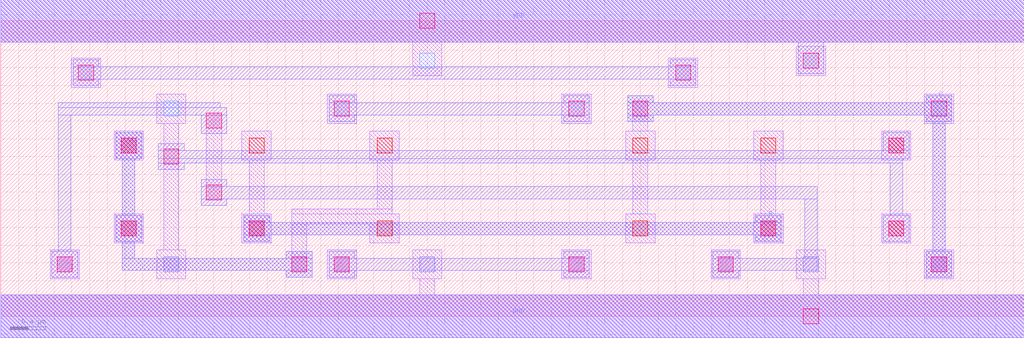
<source format=lef>
MACRO VANBERKEL1991
 CLASS CORE ;
 FOREIGN VANBERKEL1991 0 0 ;
 SIZE 11.52 BY 3.33 ;
 ORIGIN 0 0 ;
 SYMMETRY X Y R90 ;
 SITE unit ;
  PIN VDD
   DIRECTION INOUT ;
   USE POWER ;
   SHAPE ABUTMENT ;
    PORT
     CLASS CORE ;
       LAYER li1 ;
        RECT 0.00000000 3.09000000 11.52000000 3.57000000 ;
       LAYER met1 ;
        RECT 0.00000000 3.09000000 11.52000000 3.57000000 ;
    END
  END VDD

  PIN GND
   DIRECTION INOUT ;
   USE POWER ;
   SHAPE ABUTMENT ;
    PORT
     CLASS CORE ;
       LAYER li1 ;
        RECT 0.00000000 -0.24000000 11.52000000 0.24000000 ;
       LAYER met1 ;
        RECT 0.00000000 -0.24000000 11.52000000 0.24000000 ;
    END
  END GND

  PIN C
   DIRECTION INOUT ;
   USE SIGNAL ;
   SHAPE ABUTMENT ;
    PORT
     CLASS CORE ;
       LAYER met1 ;
        RECT 10.41500000 0.44000000 10.70500000 0.73000000 ;
        RECT 10.49000000 0.73000000 10.63000000 2.19500000 ;
        RECT 7.05500000 2.19500000 7.34500000 2.27000000 ;
        RECT 10.41500000 2.19500000 10.70500000 2.27000000 ;
        RECT 7.05500000 2.27000000 10.70500000 2.41000000 ;
        RECT 7.05500000 2.41000000 7.34500000 2.48500000 ;
        RECT 10.41500000 2.41000000 10.70500000 2.48500000 ;
    END
  END C

  PIN B
   DIRECTION INOUT ;
   USE SIGNAL ;
   SHAPE ABUTMENT ;
    PORT
     CLASS CORE ;
       LAYER met1 ;
        RECT 2.73500000 0.84500000 3.02500000 0.92000000 ;
        RECT 8.49500000 0.84500000 8.78500000 0.92000000 ;
        RECT 2.73500000 0.92000000 8.78500000 1.06000000 ;
        RECT 2.73500000 1.06000000 3.02500000 1.13500000 ;
        RECT 8.49500000 1.06000000 8.78500000 1.13500000 ;
    END
  END B

  PIN A
   DIRECTION INOUT ;
   USE SIGNAL ;
   SHAPE ABUTMENT ;
    PORT
     CLASS CORE ;
       LAYER met1 ;
        RECT 3.21500000 0.44000000 3.50500000 0.51500000 ;
        RECT 1.37000000 0.51500000 3.50500000 0.65500000 ;
        RECT 3.21500000 0.65500000 3.50500000 0.73000000 ;
        RECT 1.37000000 0.65500000 1.51000000 0.84500000 ;
        RECT 1.29500000 0.84500000 1.58500000 1.13500000 ;
        RECT 1.37000000 1.13500000 1.51000000 1.78000000 ;
        RECT 1.29500000 1.78000000 1.58500000 2.07000000 ;
    END
  END A

 OBS
    LAYER polycont ;
     RECT 1.35500000 0.90500000 1.52500000 1.07500000 ;
     RECT 2.79500000 0.90500000 2.96500000 1.07500000 ;
     RECT 4.23500000 0.90500000 4.40500000 1.07500000 ;
     RECT 7.11500000 0.90500000 7.28500000 1.07500000 ;
     RECT 8.55500000 0.90500000 8.72500000 1.07500000 ;
     RECT 9.99500000 0.90500000 10.16500000 1.07500000 ;
     RECT 1.35500000 1.84000000 1.52500000 2.01000000 ;
     RECT 2.79500000 1.84000000 2.96500000 2.01000000 ;
     RECT 4.23500000 1.84000000 4.40500000 2.01000000 ;
     RECT 7.11500000 1.84000000 7.28500000 2.01000000 ;
     RECT 8.55500000 1.84000000 8.72500000 2.01000000 ;
     RECT 9.99500000 1.84000000 10.16500000 2.01000000 ;

    LAYER pdiffc ;
     RECT 1.83500000 2.25500000 2.00500000 2.42500000 ;
     RECT 3.75500000 2.25500000 3.92500000 2.42500000 ;
     RECT 6.39500000 2.25500000 6.56500000 2.42500000 ;
     RECT 10.47500000 2.25500000 10.64500000 2.42500000 ;
     RECT 0.87500000 2.66000000 1.04500000 2.83000000 ;
     RECT 7.59500000 2.66000000 7.76500000 2.83000000 ;
     RECT 4.71500000 2.79500000 4.88500000 2.96500000 ;
     RECT 9.03500000 2.79500000 9.20500000 2.96500000 ;

    LAYER ndiffc ;
     RECT 0.63500000 0.50000000 0.80500000 0.67000000 ;
     RECT 1.83500000 0.50000000 2.00500000 0.67000000 ;
     RECT 3.75500000 0.50000000 3.92500000 0.67000000 ;
     RECT 4.71500000 0.50000000 4.88500000 0.67000000 ;
     RECT 6.39500000 0.50000000 6.56500000 0.67000000 ;
     RECT 8.07500000 0.50000000 8.24500000 0.67000000 ;
     RECT 9.03500000 0.50000000 9.20500000 0.67000000 ;
     RECT 10.47500000 0.50000000 10.64500000 0.67000000 ;

    LAYER li1 ;
     RECT 0.55500000 0.42000000 0.88500000 0.75000000 ;
     RECT 3.67500000 0.42000000 4.00500000 0.75000000 ;
     RECT 6.31500000 0.42000000 6.64500000 0.75000000 ;
     RECT 7.99500000 0.42000000 8.32500000 0.75000000 ;
     RECT 0.00000000 -0.24000000 11.52000000 0.24000000 ;
     RECT 4.71500000 0.24000000 4.88500000 0.42000000 ;
     RECT 9.03500000 0.24000000 9.20500000 0.42000000 ;
     RECT 4.63500000 0.42000000 4.96500000 0.75000000 ;
     RECT 8.95500000 0.42000000 9.28500000 0.75000000 ;
     RECT 10.39500000 0.42000000 10.72500000 0.75000000 ;
     RECT 1.27500000 0.82500000 1.60500000 1.15500000 ;
     RECT 9.91500000 0.82500000 10.24500000 1.15500000 ;
     RECT 1.27500000 1.76000000 1.60500000 2.09000000 ;
     RECT 2.71500000 0.82500000 3.04500000 1.15500000 ;
     RECT 2.79500000 1.15500000 2.96500000 1.76000000 ;
     RECT 2.71500000 1.76000000 3.04500000 2.09000000 ;
     RECT 3.27500000 0.50000000 3.44500000 1.04000000 ;
     RECT 4.15500000 0.82500000 4.48500000 1.04000000 ;
     RECT 3.27500000 1.04000000 4.48500000 1.15500000 ;
     RECT 3.27500000 1.15500000 4.40500000 1.21000000 ;
     RECT 4.23500000 1.21000000 4.40500000 1.76000000 ;
     RECT 4.15500000 1.76000000 4.48500000 2.09000000 ;
     RECT 8.47500000 0.82500000 8.80500000 1.15500000 ;
     RECT 8.55500000 1.15500000 8.72500000 1.76000000 ;
     RECT 8.47500000 1.76000000 8.80500000 2.09000000 ;
     RECT 9.91500000 1.76000000 10.24500000 2.09000000 ;
     RECT 2.31500000 1.31000000 2.48500000 2.29000000 ;
     RECT 7.03500000 0.82500000 7.36500000 1.15500000 ;
     RECT 7.11500000 1.15500000 7.28500000 1.76000000 ;
     RECT 7.03500000 1.76000000 7.36500000 2.09000000 ;
     RECT 7.11500000 2.09000000 7.28500000 2.42500000 ;
     RECT 1.75500000 0.42000000 2.08500000 0.75000000 ;
     RECT 1.83500000 0.75000000 2.00500000 2.17500000 ;
     RECT 1.75500000 2.17500000 2.08500000 2.50500000 ;
     RECT 3.67500000 2.17500000 4.00500000 2.50500000 ;
     RECT 6.31500000 2.17500000 6.64500000 2.50500000 ;
     RECT 10.39500000 2.17500000 10.72500000 2.50500000 ;
     RECT 0.79500000 2.58000000 1.12500000 2.91000000 ;
     RECT 7.51500000 2.58000000 7.84500000 2.91000000 ;
     RECT 8.95500000 2.71500000 9.28500000 3.04500000 ;
     RECT 4.63500000 2.71500000 4.96500000 3.09000000 ;
     RECT 0.00000000 3.09000000 11.52000000 3.57000000 ;

    LAYER viali ;
     RECT 9.03500000 -0.08500000 9.20500000 0.08500000 ;
     RECT 0.63500000 0.50000000 0.80500000 0.67000000 ;
     RECT 3.27500000 0.50000000 3.44500000 0.67000000 ;
     RECT 3.75500000 0.50000000 3.92500000 0.67000000 ;
     RECT 6.39500000 0.50000000 6.56500000 0.67000000 ;
     RECT 8.07500000 0.50000000 8.24500000 0.67000000 ;
     RECT 10.47500000 0.50000000 10.64500000 0.67000000 ;
     RECT 1.35500000 0.90500000 1.52500000 1.07500000 ;
     RECT 2.79500000 0.90500000 2.96500000 1.07500000 ;
     RECT 8.55500000 0.90500000 8.72500000 1.07500000 ;
     RECT 9.99500000 0.90500000 10.16500000 1.07500000 ;
     RECT 2.31500000 1.31000000 2.48500000 1.48000000 ;
     RECT 1.83500000 1.71500000 2.00500000 1.88500000 ;
     RECT 1.35500000 1.84000000 1.52500000 2.01000000 ;
     RECT 9.99500000 1.84000000 10.16500000 2.01000000 ;
     RECT 2.31500000 2.12000000 2.48500000 2.29000000 ;
     RECT 3.75500000 2.25500000 3.92500000 2.42500000 ;
     RECT 6.39500000 2.25500000 6.56500000 2.42500000 ;
     RECT 7.11500000 2.25500000 7.28500000 2.42500000 ;
     RECT 10.47500000 2.25500000 10.64500000 2.42500000 ;
     RECT 0.87500000 2.66000000 1.04500000 2.83000000 ;
     RECT 7.59500000 2.66000000 7.76500000 2.83000000 ;
     RECT 9.03500000 2.79500000 9.20500000 2.96500000 ;
     RECT 4.71500000 3.24500000 4.88500000 3.41500000 ;

    LAYER met1 ;
     RECT 0.00000000 -0.24000000 11.52000000 0.24000000 ;
     RECT 3.69500000 0.44000000 3.98500000 0.51500000 ;
     RECT 6.33500000 0.44000000 6.62500000 0.51500000 ;
     RECT 3.69500000 0.51500000 6.62500000 0.65500000 ;
     RECT 3.69500000 0.65500000 3.98500000 0.73000000 ;
     RECT 6.33500000 0.65500000 6.62500000 0.73000000 ;
     RECT 2.73500000 0.84500000 3.02500000 0.92000000 ;
     RECT 8.49500000 0.84500000 8.78500000 0.92000000 ;
     RECT 2.73500000 0.92000000 8.78500000 1.06000000 ;
     RECT 2.73500000 1.06000000 3.02500000 1.13500000 ;
     RECT 8.49500000 1.06000000 8.78500000 1.13500000 ;
     RECT 8.01500000 0.44000000 8.30500000 0.51500000 ;
     RECT 8.01500000 0.51500000 9.19000000 0.65500000 ;
     RECT 8.01500000 0.65500000 8.30500000 0.73000000 ;
     RECT 2.25500000 1.25000000 2.54500000 1.32500000 ;
     RECT 9.05000000 0.65500000 9.19000000 1.32500000 ;
     RECT 2.25500000 1.32500000 9.19000000 1.46500000 ;
     RECT 2.25500000 1.46500000 2.54500000 1.54000000 ;
     RECT 3.21500000 0.44000000 3.50500000 0.51500000 ;
     RECT 1.37000000 0.51500000 3.50500000 0.65500000 ;
     RECT 3.21500000 0.65500000 3.50500000 0.73000000 ;
     RECT 1.37000000 0.65500000 1.51000000 0.84500000 ;
     RECT 1.29500000 0.84500000 1.58500000 1.13500000 ;
     RECT 1.37000000 1.13500000 1.51000000 1.78000000 ;
     RECT 1.29500000 1.78000000 1.58500000 2.07000000 ;
     RECT 9.93500000 0.84500000 10.22500000 1.13500000 ;
     RECT 1.77500000 1.65500000 2.06500000 1.73000000 ;
     RECT 10.01000000 1.13500000 10.15000000 1.73000000 ;
     RECT 1.77500000 1.73000000 10.15000000 1.78000000 ;
     RECT 1.77500000 1.78000000 10.22500000 1.87000000 ;
     RECT 1.77500000 1.87000000 2.06500000 1.94500000 ;
     RECT 9.93500000 1.87000000 10.22500000 2.07000000 ;
     RECT 0.57500000 0.44000000 0.86500000 0.73000000 ;
     RECT 0.65000000 0.73000000 0.79000000 2.27000000 ;
     RECT 2.25500000 2.06000000 2.54500000 2.27000000 ;
     RECT 0.65000000 2.27000000 2.54500000 2.35000000 ;
     RECT 0.65000000 2.35000000 2.47000000 2.41000000 ;
     RECT 3.69500000 2.19500000 3.98500000 2.27000000 ;
     RECT 6.33500000 2.19500000 6.62500000 2.27000000 ;
     RECT 3.69500000 2.27000000 6.62500000 2.41000000 ;
     RECT 3.69500000 2.41000000 3.98500000 2.48500000 ;
     RECT 6.33500000 2.41000000 6.62500000 2.48500000 ;
     RECT 10.41500000 0.44000000 10.70500000 0.73000000 ;
     RECT 10.49000000 0.73000000 10.63000000 2.19500000 ;
     RECT 7.05500000 2.19500000 7.34500000 2.27000000 ;
     RECT 10.41500000 2.19500000 10.70500000 2.27000000 ;
     RECT 7.05500000 2.27000000 10.70500000 2.41000000 ;
     RECT 7.05500000 2.41000000 7.34500000 2.48500000 ;
     RECT 10.41500000 2.41000000 10.70500000 2.48500000 ;
     RECT 0.81500000 2.60000000 1.10500000 2.67500000 ;
     RECT 7.53500000 2.60000000 7.82500000 2.67500000 ;
     RECT 0.81500000 2.67500000 7.82500000 2.81500000 ;
     RECT 0.81500000 2.81500000 1.10500000 2.89000000 ;
     RECT 7.53500000 2.81500000 7.82500000 2.89000000 ;
     RECT 8.97500000 2.73500000 9.26500000 3.09000000 ;
     RECT 0.00000000 3.09000000 11.52000000 3.57000000 ;

 END
END VANBERKEL1991

</source>
